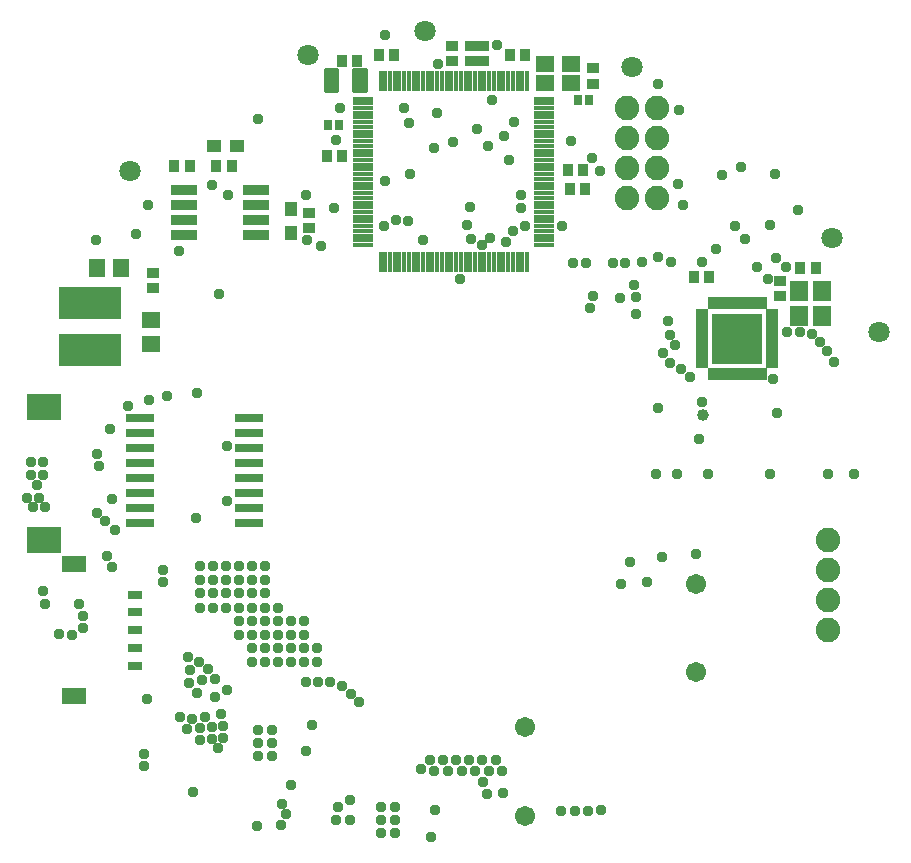
<source format=gbr>
G04 EAGLE Gerber X2 export*
%TF.Part,Single*%
%TF.FileFunction,Soldermask,Bot,1*%
%TF.FilePolarity,Negative*%
%TF.GenerationSoftware,Autodesk,EAGLE,8.6.0*%
%TF.CreationDate,2018-04-20T19:50:09Z*%
G75*
%MOMM*%
%FSLAX34Y34*%
%LPD*%
%AMOC8*
5,1,8,0,0,1.08239X$1,22.5*%
G01*
%ADD10C,1.803200*%
%ADD11R,1.503200X1.703200*%
%ADD12R,1.103200X0.903200*%
%ADD13R,0.903200X1.103200*%
%ADD14R,1.203200X1.003200*%
%ADD15R,1.003200X1.203200*%
%ADD16R,1.403200X1.503200*%
%ADD17R,1.503200X1.403200*%
%ADD18R,0.448200X1.803200*%
%ADD19R,1.803200X0.448200*%
%ADD20R,2.235200X0.863600*%
%ADD21R,2.403200X0.803200*%
%ADD22R,5.283200X2.743200*%
%ADD23R,0.803200X0.903200*%
%ADD24C,1.711200*%
%ADD25R,1.603200X1.403200*%
%ADD26R,1.053200X0.483200*%
%ADD27R,0.483200X1.053200*%
%ADD28R,4.353200X4.353200*%
%ADD29C,0.390959*%
%ADD30R,3.003200X2.303200*%
%ADD31C,2.082800*%
%ADD32R,1.203200X0.803200*%
%ADD33R,2.003200X1.453200*%
%ADD34C,0.959600*%
%ADD35C,1.009600*%


D10*
X897000Y642000D03*
X857000Y722000D03*
X688000Y867000D03*
X513000Y897000D03*
X263000Y779000D03*
X414000Y877000D03*
D11*
X848500Y676800D03*
X829500Y676800D03*
D12*
X813100Y672800D03*
X813100Y685800D03*
D13*
X753300Y688800D03*
X740300Y688800D03*
X442700Y791300D03*
X429700Y791300D03*
X313270Y782790D03*
X300270Y782790D03*
D12*
X535360Y871728D03*
X535360Y884728D03*
X551232Y871576D03*
X551232Y884576D03*
D13*
X597266Y876632D03*
X584266Y876632D03*
D12*
X655218Y852582D03*
X655218Y865582D03*
D13*
X455314Y871568D03*
X442314Y871568D03*
X473662Y876718D03*
X486662Y876718D03*
X633700Y779200D03*
X646700Y779200D03*
X635200Y763200D03*
X648200Y763200D03*
D12*
X561800Y871700D03*
X561800Y884700D03*
X282700Y692400D03*
X282700Y679400D03*
D13*
X830300Y696700D03*
X843300Y696700D03*
D11*
X829400Y655700D03*
X848400Y655700D03*
D14*
X333638Y799692D03*
X353638Y799692D03*
D15*
X398954Y746140D03*
X398954Y726140D03*
D16*
X234878Y696622D03*
X255198Y696622D03*
D17*
X280904Y632316D03*
X280904Y652636D03*
D18*
X599000Y701500D03*
X595000Y701500D03*
X591000Y701500D03*
X587000Y701500D03*
X583000Y701500D03*
X579000Y701500D03*
X575000Y701500D03*
X571000Y701500D03*
X567000Y701500D03*
X563000Y701500D03*
X559000Y701500D03*
X555000Y701500D03*
X551000Y701500D03*
X547000Y701500D03*
X543000Y701500D03*
X539000Y701500D03*
X535000Y701500D03*
X531000Y701500D03*
X527000Y701500D03*
X523000Y701500D03*
X519000Y701500D03*
X515000Y701500D03*
X511000Y701500D03*
X507000Y701500D03*
X503000Y701500D03*
X499000Y701500D03*
X495000Y701500D03*
X491000Y701500D03*
X487000Y701500D03*
X483000Y701500D03*
X479000Y701500D03*
X475000Y701500D03*
D19*
X460500Y716000D03*
X460500Y720000D03*
X460500Y724000D03*
X460500Y728000D03*
X460500Y732000D03*
X460500Y736000D03*
X460500Y740000D03*
X460500Y744000D03*
X460500Y748000D03*
X460500Y752000D03*
X460500Y756000D03*
X460500Y760000D03*
X460500Y764000D03*
X460500Y768000D03*
X460500Y772000D03*
X460500Y776000D03*
X460500Y780000D03*
X460500Y784000D03*
X460500Y788000D03*
X460500Y792000D03*
X460500Y796000D03*
X460500Y800000D03*
X460500Y804000D03*
X460500Y808000D03*
X460500Y812000D03*
X460500Y816000D03*
X460500Y820000D03*
X460500Y824000D03*
X460500Y828000D03*
X460500Y832000D03*
X460500Y836000D03*
X460500Y840000D03*
D18*
X475000Y854500D03*
X479000Y854500D03*
X483000Y854500D03*
X487000Y854500D03*
X491000Y854500D03*
X495000Y854500D03*
X499000Y854500D03*
X503000Y854500D03*
X507000Y854500D03*
X511000Y854500D03*
X515000Y854500D03*
X519000Y854500D03*
X523000Y854500D03*
X527000Y854500D03*
X531000Y854500D03*
X535000Y854500D03*
X539000Y854500D03*
X543000Y854500D03*
X547000Y854500D03*
X551000Y854500D03*
X555000Y854500D03*
X559000Y854500D03*
X563000Y854500D03*
X567000Y854500D03*
X571000Y854500D03*
X575000Y854500D03*
X579000Y854500D03*
X583000Y854500D03*
X587000Y854500D03*
X591000Y854500D03*
X595000Y854500D03*
X599000Y854500D03*
D19*
X613500Y840000D03*
X613500Y836000D03*
X613500Y832000D03*
X613500Y828000D03*
X613500Y824000D03*
X613500Y820000D03*
X613500Y816000D03*
X613500Y812000D03*
X613500Y808000D03*
X613500Y804000D03*
X613500Y800000D03*
X613500Y796000D03*
X613500Y792000D03*
X613500Y788000D03*
X613500Y784000D03*
X613500Y780000D03*
X613500Y776000D03*
X613500Y772000D03*
X613500Y768000D03*
X613500Y764000D03*
X613500Y760000D03*
X613500Y756000D03*
X613500Y752000D03*
X613500Y748000D03*
X613500Y744000D03*
X613500Y740000D03*
X613500Y736000D03*
X613500Y732000D03*
X613500Y728000D03*
X613500Y724000D03*
X613500Y720000D03*
X613500Y716000D03*
D20*
X308244Y724558D03*
X369712Y724558D03*
X308244Y737258D03*
X308244Y749958D03*
X369712Y737258D03*
X369712Y749958D03*
X308244Y762658D03*
X369712Y762658D03*
D21*
X271590Y493686D03*
X363590Y519086D03*
X271590Y480986D03*
X271590Y506386D03*
X271590Y519086D03*
X363590Y506386D03*
X363590Y531786D03*
X363590Y544486D03*
X271590Y544486D03*
X363590Y569886D03*
X271590Y531786D03*
X271590Y557186D03*
X363590Y557186D03*
X271590Y569886D03*
X363590Y493686D03*
X363590Y480986D03*
D22*
X229244Y626940D03*
X229244Y666940D03*
D23*
X641900Y838700D03*
X651900Y838700D03*
X430200Y817900D03*
X440200Y817900D03*
D13*
X335996Y783328D03*
X348996Y783328D03*
D12*
X414738Y730012D03*
X414738Y743012D03*
D24*
X597700Y307600D03*
X597700Y232600D03*
D25*
X614136Y869210D03*
X636136Y869210D03*
X636136Y853210D03*
X614136Y853210D03*
D24*
X741700Y429100D03*
X741700Y354100D03*
D26*
X747250Y639282D03*
D27*
X774500Y607032D03*
D26*
X806750Y634282D03*
D27*
X774500Y666532D03*
X769500Y666532D03*
X764500Y666532D03*
X759500Y666532D03*
X754500Y666532D03*
X779500Y666532D03*
X784500Y666532D03*
X789500Y666532D03*
X794500Y666532D03*
X799500Y666532D03*
X769500Y607032D03*
X764500Y607032D03*
X759500Y607032D03*
X754500Y607032D03*
X779500Y607032D03*
X784500Y607032D03*
X789500Y607032D03*
X794500Y607032D03*
X799500Y607032D03*
D26*
X806750Y629282D03*
X806750Y624282D03*
X806750Y619282D03*
X806750Y614282D03*
X806750Y639282D03*
X806750Y644282D03*
X806750Y654282D03*
X806750Y649282D03*
X806750Y659282D03*
X747250Y634282D03*
X747250Y629282D03*
X747250Y624282D03*
X747250Y619282D03*
X747250Y614282D03*
X747250Y644282D03*
X747250Y649282D03*
X747250Y654282D03*
X747250Y659282D03*
D28*
X777000Y636782D03*
D29*
X437675Y847279D02*
X428553Y847279D01*
X428553Y864401D01*
X437675Y864401D01*
X437675Y847279D01*
X437675Y851188D02*
X428553Y851188D01*
X428553Y855097D02*
X437675Y855097D01*
X437675Y859006D02*
X428553Y859006D01*
X428553Y862915D02*
X437675Y862915D01*
X452553Y847279D02*
X461675Y847279D01*
X452553Y847279D02*
X452553Y864401D01*
X461675Y864401D01*
X461675Y847279D01*
X461675Y851188D02*
X452553Y851188D01*
X452553Y855097D02*
X461675Y855097D01*
X461675Y859006D02*
X452553Y859006D01*
X452553Y862915D02*
X461675Y862915D01*
D30*
X190000Y578500D03*
X190000Y466000D03*
D31*
X854270Y389920D03*
X854270Y415320D03*
X854270Y440720D03*
X854270Y466120D03*
X708700Y755900D03*
X683300Y755900D03*
X708700Y781300D03*
X683300Y781300D03*
X708700Y806700D03*
X683300Y806700D03*
X708700Y832100D03*
X683300Y832100D03*
D32*
X267400Y390000D03*
X267400Y375000D03*
X267400Y360000D03*
X267400Y405000D03*
X267400Y420000D03*
D33*
X215500Y333950D03*
X215500Y446050D03*
D34*
X322000Y444000D03*
X333000Y444000D03*
X344000Y444000D03*
X355000Y444000D03*
X366000Y444000D03*
X377000Y444000D03*
X388000Y409000D03*
X322000Y432000D03*
X333000Y432000D03*
X344000Y432000D03*
X355000Y432000D03*
X366000Y432000D03*
X377000Y432000D03*
X322000Y421000D03*
X333000Y421000D03*
X344000Y421000D03*
X355000Y421000D03*
X366000Y421000D03*
X377000Y421000D03*
X322000Y409000D03*
X333000Y409000D03*
X344000Y409000D03*
X355000Y409000D03*
X366000Y409000D03*
X377000Y409000D03*
X355000Y398000D03*
X366000Y398000D03*
X377000Y398000D03*
X388000Y398000D03*
X399000Y398000D03*
X410000Y398000D03*
X355000Y386000D03*
X366000Y386000D03*
X377000Y386000D03*
X388000Y386000D03*
X399000Y386000D03*
X410000Y386000D03*
X366000Y375000D03*
X377000Y375000D03*
X388000Y375000D03*
X399000Y375000D03*
X410000Y375000D03*
X421000Y375000D03*
X366000Y363000D03*
X377000Y363000D03*
X388000Y363000D03*
X399000Y363000D03*
X410000Y363000D03*
X421000Y363000D03*
X383000Y283000D03*
X383000Y294000D03*
X383000Y305000D03*
X371000Y283000D03*
X371000Y294000D03*
X371000Y305000D03*
X475000Y218000D03*
X475000Y229000D03*
X475000Y240000D03*
X487000Y218000D03*
X487000Y229000D03*
X487000Y240000D03*
X819000Y642000D03*
X830000Y642000D03*
X840000Y641000D03*
X847000Y634000D03*
X853000Y626000D03*
X859000Y617000D03*
X818000Y697000D03*
X319000Y485000D03*
X807000Y603000D03*
X708000Y522000D03*
X726000Y522000D03*
X752000Y522000D03*
X805000Y522000D03*
X854000Y522000D03*
X876000Y522000D03*
X304000Y711000D03*
X346000Y758000D03*
X524000Y869000D03*
X574000Y885000D03*
X661000Y779000D03*
X542000Y687000D03*
X737000Y604000D03*
X235000Y539000D03*
X275000Y285000D03*
X562000Y261000D03*
X189000Y423000D03*
X191000Y412000D03*
X203000Y387000D03*
X214000Y386000D03*
X223000Y392000D03*
X223000Y402000D03*
X220000Y412000D03*
X412000Y346000D03*
X422000Y346000D03*
X432000Y346000D03*
X442000Y343000D03*
X450000Y336000D03*
X457000Y329000D03*
X312000Y367000D03*
X321000Y363000D03*
X329000Y357000D03*
X335000Y349000D03*
X324000Y348000D03*
X314000Y356000D03*
X313000Y345000D03*
X320000Y337000D03*
X509000Y272000D03*
X517000Y280000D03*
X520000Y271000D03*
X528000Y280000D03*
X532000Y271000D03*
X539000Y280000D03*
X544000Y271000D03*
X550000Y280000D03*
X555000Y271000D03*
X561000Y280000D03*
X567000Y271000D03*
X573000Y280000D03*
X316000Y253000D03*
X803000Y687000D03*
X578000Y271000D03*
X579000Y252000D03*
X565000Y251000D03*
X370000Y224000D03*
X437000Y805000D03*
X479000Y770000D03*
X536000Y803200D03*
X556700Y814000D03*
X566100Y799700D03*
X579400Y808400D03*
X522800Y827800D03*
X478500Y894000D03*
X371600Y822400D03*
X440400Y831700D03*
X411700Y758300D03*
X338300Y674300D03*
X234300Y720300D03*
X636500Y804100D03*
X828600Y745700D03*
X809000Y776400D03*
X721100Y701500D03*
X710000Y852000D03*
X399000Y259000D03*
X243000Y453000D03*
X248000Y443000D03*
X561000Y716000D03*
X261000Y580000D03*
X679000Y429000D03*
X686000Y448000D03*
X701000Y431000D03*
X713000Y452000D03*
X742000Y454000D03*
X628000Y237000D03*
X640000Y237000D03*
X651000Y237000D03*
X662000Y238000D03*
X511092Y720120D03*
X246000Y560000D03*
X294000Y588000D03*
X320000Y591000D03*
X500000Y776000D03*
X498000Y736000D03*
X520000Y798400D03*
X731000Y750000D03*
X654000Y790000D03*
X551000Y748000D03*
X499000Y819000D03*
X332000Y767000D03*
X710000Y706000D03*
X811000Y574000D03*
X638000Y701000D03*
X691000Y658000D03*
X718000Y652000D03*
X649000Y701000D03*
X678000Y671000D03*
X690000Y682000D03*
X587000Y728000D03*
X691000Y672000D03*
X581000Y719000D03*
X568000Y722000D03*
X747000Y583000D03*
D35*
X748000Y572000D03*
D34*
X655000Y673000D03*
X745000Y552000D03*
X552000Y721000D03*
X548000Y733000D03*
X652000Y663000D03*
X710000Y578000D03*
X488000Y737000D03*
X478000Y732000D03*
X584000Y788000D03*
X727000Y768000D03*
X495000Y832000D03*
X569000Y839000D03*
X588000Y820000D03*
X672000Y701000D03*
X729000Y611000D03*
X682000Y701000D03*
X720000Y616000D03*
X696000Y702000D03*
X714000Y625000D03*
X629000Y732000D03*
X425000Y715000D03*
X597000Y732000D03*
X413000Y720000D03*
X594000Y747000D03*
X436000Y747000D03*
X594000Y758000D03*
X747000Y702000D03*
X794000Y697000D03*
X759000Y713000D03*
X810000Y705000D03*
X268000Y725000D03*
X278000Y750000D03*
X345000Y499000D03*
X345000Y546000D03*
X724000Y631000D03*
X412000Y288000D03*
X291000Y431000D03*
X291000Y441000D03*
X345000Y339000D03*
X335000Y333000D03*
X417000Y310000D03*
X449000Y246000D03*
X439000Y240000D03*
X521000Y238000D03*
X720000Y640000D03*
X248000Y501000D03*
X305000Y316000D03*
X311000Y306000D03*
X315000Y315000D03*
X322000Y307000D03*
X326000Y316000D03*
X332000Y308000D03*
X340000Y319000D03*
X342000Y309000D03*
X342000Y299000D03*
X337000Y290000D03*
X332000Y298000D03*
X322000Y297000D03*
X235000Y489000D03*
X242000Y482000D03*
X250000Y475000D03*
X176000Y502000D03*
X186000Y502000D03*
X181000Y494000D03*
X191000Y494000D03*
X237000Y529000D03*
X437000Y229000D03*
X449000Y229000D03*
X179000Y532000D03*
X189000Y532000D03*
X189000Y521000D03*
X184000Y513000D03*
X179000Y521000D03*
X392000Y243000D03*
X395000Y234000D03*
X391000Y225000D03*
X775000Y732000D03*
X784000Y721000D03*
X805000Y733000D03*
X518000Y215000D03*
X275000Y275000D03*
X277000Y332000D03*
X780000Y782000D03*
X764000Y775000D03*
X728000Y830000D03*
X279000Y585000D03*
M02*

</source>
